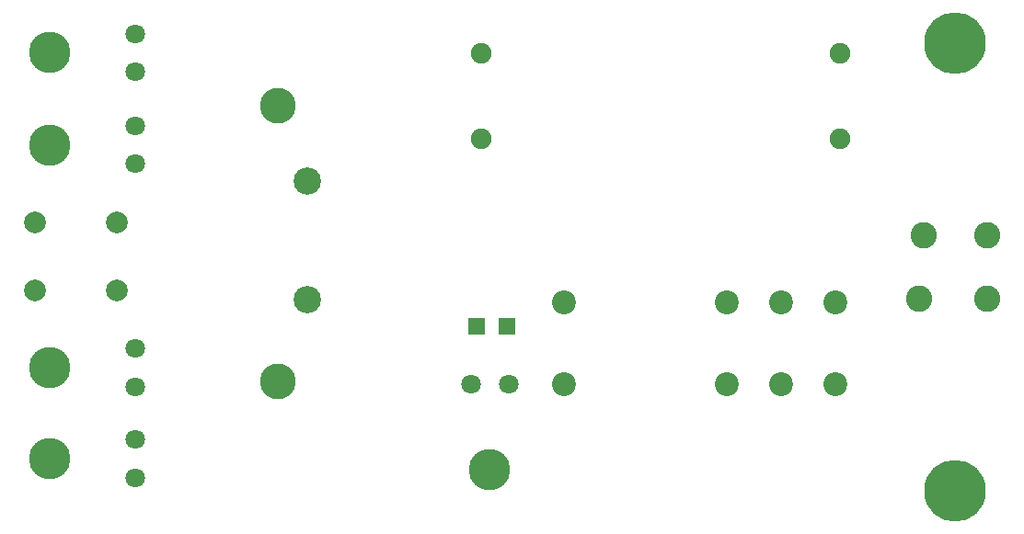
<source format=gbr>
G04 #@! TF.FileFunction,Soldermask,Top*
%FSLAX46Y46*%
G04 Gerber Fmt 4.6, Leading zero omitted, Abs format (unit mm)*
G04 Created by KiCad (PCBNEW 4.0.7-e2-6376~58~ubuntu16.04.1) date Thu Mar  8 23:26:20 2018*
%MOMM*%
%LPD*%
G01*
G04 APERTURE LIST*
%ADD10C,0.100000*%
%ADD11C,2.520000*%
%ADD12C,3.300000*%
%ADD13C,1.900000*%
%ADD14C,2.420000*%
%ADD15C,5.680000*%
%ADD16C,2.200000*%
%ADD17R,1.600000X1.600000*%
%ADD18C,2.000000*%
%ADD19C,1.797000*%
%ADD20C,3.800000*%
G04 APERTURE END LIST*
D10*
D11*
X129286000Y-56007000D03*
X129286000Y-45107000D03*
D12*
X126616000Y-63500000D03*
X126616000Y-38100000D03*
D13*
X178308000Y-33274000D03*
X145308000Y-33274000D03*
D14*
X185564000Y-55880000D03*
X186000000Y-50040000D03*
X191850000Y-50040000D03*
X191850000Y-55880000D03*
D15*
X188930000Y-32350000D03*
X188930000Y-73570000D03*
D16*
X172908000Y-56254000D03*
X172908000Y-63754000D03*
X167908000Y-63754000D03*
X152908000Y-63754000D03*
X152908000Y-56254000D03*
X167908000Y-56254000D03*
X177908000Y-63754000D03*
X177908000Y-56254000D03*
D17*
X144904000Y-58420000D03*
X147704000Y-58420000D03*
D18*
X104267000Y-55118000D03*
X111767000Y-55128000D03*
X111760000Y-48895000D03*
X104260000Y-48885000D03*
D19*
X113500000Y-35000000D03*
X113500000Y-31500000D03*
D20*
X105590000Y-33250000D03*
D19*
X113500000Y-72390000D03*
X113500000Y-68890000D03*
D20*
X105590000Y-70640000D03*
D19*
X147828000Y-63754000D03*
X144328000Y-63754000D03*
D20*
X146078000Y-71664000D03*
D19*
X113500000Y-43500000D03*
X113500000Y-40000000D03*
D20*
X105590000Y-41750000D03*
D19*
X113500000Y-64000000D03*
X113500000Y-60500000D03*
D20*
X105590000Y-62250000D03*
D13*
X178308000Y-41148000D03*
X145308000Y-41148000D03*
M02*

</source>
